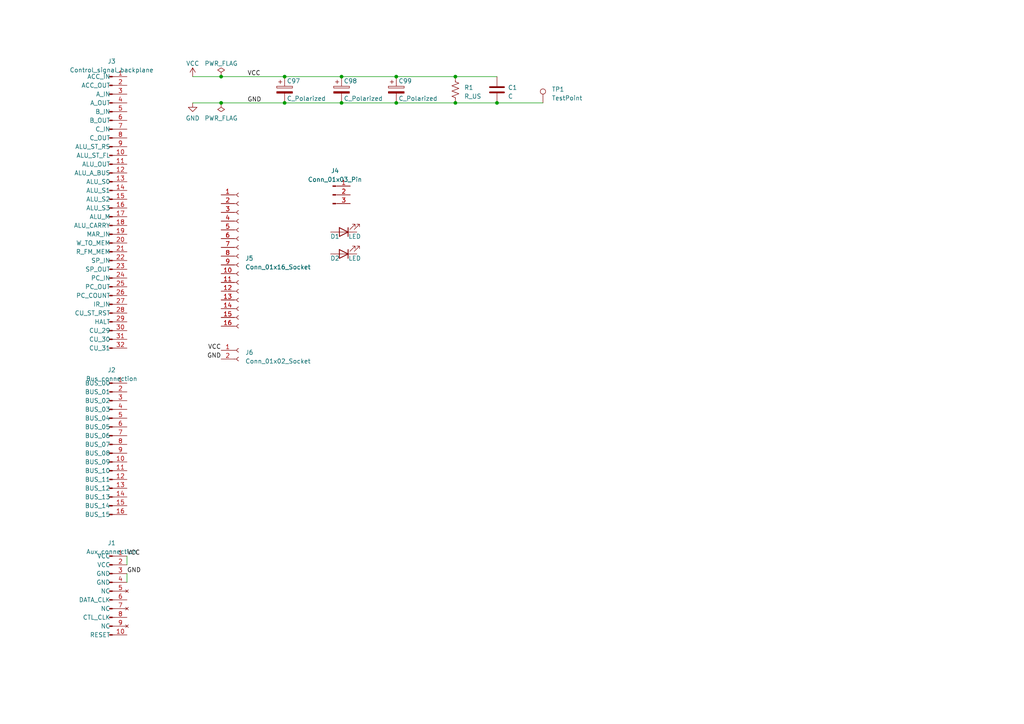
<source format=kicad_sch>
(kicad_sch (version 20230121) (generator eeschema)
  (paper "A4")
  (lib_symbols
    (symbol "Connector:Conn_01x02_Socket" (pin_names (offset 1.016) hide)
      (property "Reference" "J" (at 0 2.54 0))
      (property "Value" "Conn_01x02_Socket" (at 0 -5.08 0))
      (symbol "Conn_01x02_Socket_1_1"
        (arc (start 0 -2.032) (mid -0.5058 -2.54) (end 0 -3.048) (stroke (width 0.1524)))
        (polyline (pts (xy -1.27 -2.54) (xy -0.508 -2.54)) (stroke (width 0.1524)))
        (polyline (pts (xy -1.27 0) (xy -0.508 0)) (stroke (width 0.1524)))
        (arc (start 0 0.508) (mid -0.5058 0) (end 0 -0.508) (stroke (width 0.1524)))
        (pin passive line (at -5.08 0 0) (length 3.81) (name "Pin_1") (number "1"))
        (pin passive line (at -5.08 -2.54 0) (length 3.81) (name "Pin_2") (number "2"))
      )
    )
    (symbol "Connector:Conn_01x03_Pin" (pin_names (offset 1.016) hide)
      (property "Reference" "J" (at 0 5.08 0))
      (property "Value" "Conn_01x03_Pin" (at 0 -5.08 0))
      (symbol "Conn_01x03_Pin_1_1"
        (polyline (pts (xy 1.27 -2.54) (xy 0.8636 -2.54)) (stroke (width 0.1524)))
        (polyline (pts (xy 1.27 0) (xy 0.8636 0)) (stroke (width 0.1524)))
        (polyline (pts (xy 1.27 2.54) (xy 0.8636 2.54)) (stroke (width 0.1524)))
        (rectangle (start 0.8636 -2.413) (end 0 -2.667) (stroke (width 0.1524)) (fill (type outline)))
        (rectangle (start 0.8636 0.127) (end 0 -0.127) (stroke (width 0.1524)) (fill (type outline)))
        (rectangle (start 0.8636 2.667) (end 0 2.413) (stroke (width 0.1524)) (fill (type outline)))
        (pin passive line (at 5.08 2.54 180) (length 3.81) (name "Pin_1") (number "1"))
        (pin passive line (at 5.08 0 180) (length 3.81) (name "Pin_2") (number "2"))
        (pin passive line (at 5.08 -2.54 180) (length 3.81) (name "Pin_3") (number "3"))
      )
    )
    (symbol "Connector:Conn_01x16_Socket" (pin_names (offset 1.016) hide)
      (property "Reference" "J" (at 0 20.32 0))
      (property "Value" "Conn_01x16_Socket" (at 0 -22.86 0))
      (symbol "Conn_01x16_Socket_1_1"
        (arc (start 0 -19.812) (mid -0.5058 -20.32) (end 0 -20.828) (stroke (width 0.1524)))
        (arc (start 0 -17.272) (mid -0.5058 -17.78) (end 0 -18.288) (stroke (width 0.1524)))
        (arc (start 0 -14.732) (mid -0.5058 -15.24) (end 0 -15.748) (stroke (width 0.1524)))
        (arc (start 0 -12.192) (mid -0.5058 -12.7) (end 0 -13.208) (stroke (width 0.1524)))
        (arc (start 0 -9.652) (mid -0.5058 -10.16) (end 0 -10.668) (stroke (width 0.1524)))
        (arc (start 0 -7.112) (mid -0.5058 -7.62) (end 0 -8.128) (stroke (width 0.1524)))
        (arc (start 0 -4.572) (mid -0.5058 -5.08) (end 0 -5.588) (stroke (width 0.1524)))
        (arc (start 0 -2.032) (mid -0.5058 -2.54) (end 0 -3.048) (stroke (width 0.1524)))
        (polyline (pts (xy -1.27 -20.32) (xy -0.508 -20.32)) (stroke (width 0.1524)))
        (polyline (pts (xy -1.27 -17.78) (xy -0.508 -17.78)) (stroke (width 0.1524)))
        (polyline (pts (xy -1.27 -15.24) (xy -0.508 -15.24)) (stroke (width 0.1524)))
        (polyline (pts (xy -1.27 -12.7) (xy -0.508 -12.7)) (stroke (width 0.1524)))
        (polyline (pts (xy -1.27 -10.16) (xy -0.508 -10.16)) (stroke (width 0.1524)))
        (polyline (pts (xy -1.27 -7.62) (xy -0.508 -7.62)) (stroke (width 0.1524)))
        (polyline (pts (xy -1.27 -5.08) (xy -0.508 -5.08)) (stroke (width 0.1524)))
        (polyline (pts (xy -1.27 -2.54) (xy -0.508 -2.54)) (stroke (width 0.1524)))
        (polyline (pts (xy -1.27 0) (xy -0.508 0)) (stroke (width 0.1524)))
        (polyline (pts (xy -1.27 2.54) (xy -0.508 2.54)) (stroke (width 0.1524)))
        (polyline (pts (xy -1.27 5.08) (xy -0.508 5.08)) (stroke (width 0.1524)))
        (polyline (pts (xy -1.27 7.62) (xy -0.508 7.62)) (stroke (width 0.1524)))
        (polyline (pts (xy -1.27 10.16) (xy -0.508 10.16)) (stroke (width 0.1524)))
        (polyline (pts (xy -1.27 12.7) (xy -0.508 12.7)) (stroke (width 0.1524)))
        (polyline (pts (xy -1.27 15.24) (xy -0.508 15.24)) (stroke (width 0.1524)))
        (polyline (pts (xy -1.27 17.78) (xy -0.508 17.78)) (stroke (width 0.1524)))
        (arc (start 0 0.508) (mid -0.5058 0) (end 0 -0.508) (stroke (width 0.1524)))
        (arc (start 0 3.048) (mid -0.5058 2.54) (end 0 2.032) (stroke (width 0.1524)))
        (arc (start 0 5.588) (mid -0.5058 5.08) (end 0 4.572) (stroke (width 0.1524)))
        (arc (start 0 8.128) (mid -0.5058 7.62) (end 0 7.112) (stroke (width 0.1524)))
        (arc (start 0 10.668) (mid -0.5058 10.16) (end 0 9.652) (stroke (width 0.1524)))
        (arc (start 0 13.208) (mid -0.5058 12.7) (end 0 12.192) (stroke (width 0.1524)))
        (arc (start 0 15.748) (mid -0.5058 15.24) (end 0 14.732) (stroke (width 0.1524)))
        (arc (start 0 18.288) (mid -0.5058 17.78) (end 0 17.272) (stroke (width 0.1524)))
        (pin passive line (at -5.08 17.78 0) (length 3.81) (name "Pin_1") (number "1"))
        (pin passive line (at -5.08 -5.08 0) (length 3.81) (name "Pin_10") (number "10"))
        (pin passive line (at -5.08 -7.62 0) (length 3.81) (name "Pin_11") (number "11"))
        (pin passive line (at -5.08 -10.16 0) (length 3.81) (name "Pin_12") (number "12"))
        (pin passive line (at -5.08 -12.7 0) (length 3.81) (name "Pin_13") (number "13"))
        (pin passive line (at -5.08 -15.24 0) (length 3.81) (name "Pin_14") (number "14"))
        (pin passive line (at -5.08 -17.78 0) (length 3.81) (name "Pin_15") (number "15"))
        (pin passive line (at -5.08 -20.32 0) (length 3.81) (name "Pin_16") (number "16"))
        (pin passive line (at -5.08 15.24 0) (length 3.81) (name "Pin_2") (number "2"))
        (pin passive line (at -5.08 12.7 0) (length 3.81) (name "Pin_3") (number "3"))
        (pin passive line (at -5.08 10.16 0) (length 3.81) (name "Pin_4") (number "4"))
        (pin passive line (at -5.08 7.62 0) (length 3.81) (name "Pin_5") (number "5"))
        (pin passive line (at -5.08 5.08 0) (length 3.81) (name "Pin_6") (number "6"))
        (pin passive line (at -5.08 2.54 0) (length 3.81) (name "Pin_7") (number "7"))
        (pin passive line (at -5.08 0 0) (length 3.81) (name "Pin_8") (number "8"))
        (pin passive line (at -5.08 -2.54 0) (length 3.81) (name "Pin_9") (number "9"))
      )
    )
    (symbol "Connector:TestPoint" (pin_numbers hide) (pin_names (offset 0.762) hide)
      (property "Reference" "TP" (at 0 6.858 0))
      (property "Value" "TestPoint" (at 0 5.08 0))
      (symbol "TestPoint_0_1"
        (circle (center 0 3.302) (radius 0.762))
      )
      (symbol "TestPoint_1_1"
        (pin passive line (at 0 0 90) (length 2.54) (name "1") (number "1"))
      )
    )
    (symbol "Device:C" (pin_numbers hide) (pin_names (offset 0.254))
      (property "Reference" "C" (at 0.635 2.54 0))
      (property "Value" "C" (at 0.635 -2.54 0))
      (symbol "C_0_1"
        (polyline (pts (xy -2.032 -0.762) (xy 2.032 -0.762)) (stroke (width 0.508)))
        (polyline (pts (xy -2.032 0.762) (xy 2.032 0.762)) (stroke (width 0.508)))
      )
      (symbol "C_1_1"
        (pin passive line (at 0 3.81 270) (length 2.794) (name "~") (number "1"))
        (pin passive line (at 0 -3.81 90) (length 2.794) (name "~") (number "2"))
      )
    )
    (symbol "Device:C_Polarized" (pin_numbers hide) (pin_names (offset 0.254))
      (property "Reference" "C" (at 0.635 2.54 0))
      (property "Value" "C_Polarized" (at 0.635 -2.54 0))
      (symbol "C_Polarized_0_1"
        (rectangle (start -2.286 0.508) (end 2.286 1.016))
        (polyline (pts (xy -1.778 2.286) (xy -0.762 2.286)))
        (polyline (pts (xy -1.27 2.794) (xy -1.27 1.778)))
        (rectangle (start 2.286 -0.508) (end -2.286 -1.016) (fill (type outline)))
      )
      (symbol "C_Polarized_1_1"
        (pin passive line (at 0 3.81 270) (length 2.794) (name "~") (number "1"))
        (pin passive line (at 0 -3.81 90) (length 2.794) (name "~") (number "2"))
      )
    )
    (symbol "Device:LED" (pin_numbers hide) (pin_names (offset 1.016) hide)
      (property "Reference" "D" (at 0 2.54 0))
      (property "Value" "LED" (at 0 -2.54 0))
      (symbol "LED_0_1"
        (polyline (pts (xy -1.27 -1.27) (xy -1.27 1.27)) (stroke (width 0.254)))
        (polyline (pts (xy -1.27 0) (xy 1.27 0)))
        (polyline (pts (xy 1.27 -1.27) (xy 1.27 1.27) (xy -1.27 0) (xy 1.27 -1.27)) (stroke (width 0.254)))
        (polyline (pts (xy -3.048 -0.762) (xy -4.572 -2.286) (xy -3.81 -2.286) (xy -4.572 -2.286) (xy -4.572 -1.524)))
        (polyline (pts (xy -1.778 -0.762) (xy -3.302 -2.286) (xy -2.54 -2.286) (xy -3.302 -2.286) (xy -3.302 -1.524)))
      )
      (symbol "LED_1_1"
        (pin passive line (at -3.81 0 0) (length 2.54) (name "K") (number "1"))
        (pin passive line (at 3.81 0 180) (length 2.54) (name "A") (number "2"))
      )
    )
    (symbol "Device:R_US" (pin_numbers hide) (pin_names (offset 0))
      (property "Reference" "R" (at 2.54 0 90))
      (property "Value" "R_US" (at -2.54 0 90))
      (symbol "R_US_0_1"
        (polyline (pts (xy 0 -2.286) (xy 0 -2.54)))
        (polyline (pts (xy 0 2.286) (xy 0 2.54)))
        (polyline (pts (xy 0 -0.762) (xy 1.016 -1.143) (xy 0 -1.524) (xy -1.016 -1.905) (xy 0 -2.286)))
        (polyline (pts (xy 0 0.762) (xy 1.016 0.381) (xy 0 0) (xy -1.016 -0.381) (xy 0 -0.762)))
        (polyline (pts (xy 0 2.286) (xy 1.016 1.905) (xy 0 1.524) (xy -1.016 1.143) (xy 0 0.762)))
      )
      (symbol "R_US_1_1"
        (pin passive line (at 0 3.81 270) (length 1.27) (name "~") (number "1"))
        (pin passive line (at 0 -3.81 90) (length 1.27) (name "~") (number "2"))
      )
    )
    (symbol "power:GND" (power) (pin_names (offset 0))
      (property "Value" "GND" (at 0 -3.81 0))
      (symbol "GND_0_1"
        (polyline (pts (xy 0 0) (xy 0 -1.27) (xy 1.27 -1.27) (xy 0 -2.54) (xy -1.27 -1.27) (xy 0 -1.27)))
      )
      (symbol "GND_1_1"
        (pin power_in line (at 0 0 270) (length 0) hide (name "GND") (number "1"))
      )
    )
    (symbol "power:PWR_FLAG" (power) (pin_numbers hide) (pin_names (offset 0) hide)
      (property "Value" "PWR_FLAG" (at 0 3.81 0))
      (symbol "PWR_FLAG_0_0"
        (pin power_out line (at 0 0 90) (length 0) (name "pwr") (number "1"))
      )
      (symbol "PWR_FLAG_0_1"
        (polyline (pts (xy 0 0) (xy 0 1.27) (xy -1.016 1.905) (xy 0 2.54) (xy 1.016 1.905) (xy 0 1.27)))
      )
    )
    (symbol "power:VCC" (power) (pin_names (offset 0))
      (property "Value" "VCC" (at 0 3.81 0))
      (symbol "VCC_0_1"
        (polyline (pts (xy -0.762 1.27) (xy 0 2.54)))
        (polyline (pts (xy 0 0) (xy 0 2.54)))
        (polyline (pts (xy 0 2.54) (xy 0.762 1.27)))
      )
      (symbol "VCC_1_1"
        (pin power_in line (at 0 0 90) (length 0) hide (name "VCC") (number "1"))
      )
    )
    (symbol "sixteen-bit-computer:Aux_connection" (pin_names (offset 1.016))
      (property "Reference" "J" (at 0 12.7 0))
      (property "Value" "Aux_connection" (at 0 -15.24 0))
      (symbol "Aux_connection_1_1"
        (polyline (pts (xy 1.27 -12.7) (xy 0.8636 -12.7)) (stroke (width 0.1524)))
        (polyline (pts (xy 1.27 -10.16) (xy 0.8636 -10.16)) (stroke (width 0.1524)))
        (polyline (pts (xy 1.27 -7.62) (xy 0.8636 -7.62)) (stroke (width 0.1524)))
        (polyline (pts (xy 1.27 -5.08) (xy 0.8636 -5.08)) (stroke (width 0.1524)))
        (polyline (pts (xy 1.27 -2.54) (xy 0.8636 -2.54)) (stroke (width 0.1524)))
        (polyline (pts (xy 1.27 0) (xy 0.8636 0)) (stroke (width 0.1524)))
        (polyline (pts (xy 1.27 2.54) (xy 0.8636 2.54)) (stroke (width 0.1524)))
        (polyline (pts (xy 1.27 5.08) (xy 0.8636 5.08)) (stroke (width 0.1524)))
        (polyline (pts (xy 1.27 7.62) (xy 0.8636 7.62)) (stroke (width 0.1524)))
        (polyline (pts (xy 1.27 10.16) (xy 0.8636 10.16)) (stroke (width 0.1524)))
        (rectangle (start 0.8636 -12.573) (end 0 -12.827) (stroke (width 0.1524)) (fill (type outline)))
        (rectangle (start 0.8636 -10.033) (end 0 -10.287) (stroke (width 0.1524)) (fill (type outline)))
        (rectangle (start 0.8636 -7.493) (end 0 -7.747) (stroke (width 0.1524)) (fill (type outline)))
        (rectangle (start 0.8636 -4.953) (end 0 -5.207) (stroke (width 0.1524)) (fill (type outline)))
        (rectangle (start 0.8636 -2.413) (end 0 -2.667) (stroke (width 0.1524)) (fill (type outline)))
        (rectangle (start 0.8636 0.127) (end 0 -0.127) (stroke (width 0.1524)) (fill (type outline)))
        (rectangle (start 0.8636 2.667) (end 0 2.413) (stroke (width 0.1524)) (fill (type outline)))
        (rectangle (start 0.8636 5.207) (end 0 4.953) (stroke (width 0.1524)) (fill (type outline)))
        (rectangle (start 0.8636 7.747) (end 0 7.493) (stroke (width 0.1524)) (fill (type outline)))
        (rectangle (start 0.8636 10.287) (end 0 10.033) (stroke (width 0.1524)) (fill (type outline)))
        (pin passive line (at 5.08 10.16 180) (length 3.81) (name "VCC") (number "1"))
        (pin passive line (at 5.08 -12.7 180) (length 3.81) (name "RESET") (number "10"))
        (pin passive line (at 5.08 7.62 180) (length 3.81) (name "VCC") (number "2"))
        (pin passive line (at 5.08 5.08 180) (length 3.81) (name "GND") (number "3"))
        (pin passive line (at 5.08 2.54 180) (length 3.81) (name "GND") (number "4"))
        (pin no_connect line (at 5.08 0 180) (length 3.81) (name "NC") (number "5"))
        (pin passive line (at 5.08 -2.54 180) (length 3.81) (name "DATA_CLK") (number "6"))
        (pin no_connect line (at 5.08 -5.08 180) (length 3.81) (name "NC") (number "7"))
        (pin passive line (at 5.08 -7.62 180) (length 3.81) (name "CTL_CLK") (number "8"))
        (pin no_connect line (at 5.08 -10.16 180) (length 3.81) (name "NC") (number "9"))
      )
    )
    (symbol "sixteen-bit-computer:Bus_connection" (pin_names (offset 1.016))
      (property "Reference" "J" (at -2.54 20.32 0))
      (property "Value" "Bus_connection" (at -1.27 -22.86 0))
      (symbol "Bus_connection_1_1"
        (rectangle (start -1.6764 -20.193) (end -2.54 -20.447) (stroke (width 0.1524)) (fill (type outline)))
        (rectangle (start -1.6764 -17.653) (end -2.54 -17.907) (stroke (width 0.1524)) (fill (type outline)))
        (rectangle (start -1.6764 -15.113) (end -2.54 -15.367) (stroke (width 0.1524)) (fill (type outline)))
        (rectangle (start -1.6764 -12.573) (end -2.54 -12.827) (stroke (width 0.1524)) (fill (type outline)))
        (rectangle (start -1.6764 -10.033) (end -2.54 -10.287) (stroke (width 0.1524)) (fill (type outline)))
        (rectangle (start -1.6764 -7.493) (end -2.54 -7.747) (stroke (width 0.1524)) (fill (type outline)))
        (rectangle (start -1.6764 -4.953) (end -2.54 -5.207) (stroke (width 0.1524)) (fill (type outline)))
        (rectangle (start -1.6764 -2.413) (end -2.54 -2.667) (stroke (width 0.1524)) (fill (type outline)))
        (rectangle (start -1.6764 0.127) (end -2.54 -0.127) (stroke (width 0.1524)) (fill (type outline)))
        (rectangle (start -1.6764 2.667) (end -2.54 2.413) (stroke (width 0.1524)) (fill (type outline)))
        (rectangle (start -1.6764 5.207) (end -2.54 4.953) (stroke (width 0.1524)) (fill (type outline)))
        (rectangle (start -1.6764 7.747) (end -2.54 7.493) (stroke (width 0.1524)) (fill (type outline)))
        (rectangle (start -1.6764 10.287) (end -2.54 10.033) (stroke (width 0.1524)) (fill (type outline)))
        (rectangle (start -1.6764 12.827) (end -2.54 12.573) (stroke (width 0.1524)) (fill (type outline)))
        (rectangle (start -1.6764 15.367) (end -2.54 15.113) (stroke (width 0.1524)) (fill (type outline)))
        (rectangle (start -1.6764 17.907) (end -2.54 17.653) (stroke (width 0.1524)) (fill (type outline)))
        (polyline (pts (xy -1.27 -20.32) (xy -1.6764 -20.32)) (stroke (width 0.1524)))
        (polyline (pts (xy -1.27 -17.78) (xy -1.6764 -17.78)) (stroke (width 0.1524)))
        (polyline (pts (xy -1.27 -15.24) (xy -1.6764 -15.24)) (stroke (width 0.1524)))
        (polyline (pts (xy -1.27 -12.7) (xy -1.6764 -12.7)) (stroke (width 0.1524)))
        (polyline (pts (xy -1.27 -10.16) (xy -1.6764 -10.16)) (stroke (width 0.1524)))
        (polyline (pts (xy -1.27 -7.62) (xy -1.6764 -7.62)) (stroke (width 0.1524)))
        (polyline (pts (xy -1.27 -5.08) (xy -1.6764 -5.08)) (stroke (width 0.1524)))
        (polyline (pts (xy -1.27 -2.54) (xy -1.6764 -2.54)) (stroke (width 0.1524)))
        (polyline (pts (xy -1.27 0) (xy -1.6764 0)) (stroke (width 0.1524)))
        (polyline (pts (xy -1.27 2.54) (xy -1.6764 2.54)) (stroke (width 0.1524)))
        (polyline (pts (xy -1.27 5.08) (xy -1.6764 5.08)) (stroke (width 0.1524)))
        (polyline (pts (xy -1.27 7.62) (xy -1.6764 7.62)) (stroke (width 0.1524)))
        (polyline (pts (xy -1.27 10.16) (xy -1.6764 10.16)) (stroke (width 0.1524)))
        (polyline (pts (xy -1.27 12.7) (xy -1.6764 12.7)) (stroke (width 0.1524)))
        (polyline (pts (xy -1.27 15.24) (xy -1.6764 15.24)) (stroke (width 0.1524)))
        (polyline (pts (xy -1.27 17.78) (xy -1.6764 17.78)) (stroke (width 0.1524)))
        (pin passive line (at 2.54 17.78 180) (length 3.81) (name "BUS_00") (number "1"))
        (pin passive line (at 2.54 -5.08 180) (length 3.81) (name "BUS_09") (number "10"))
        (pin passive line (at 2.54 -7.62 180) (length 3.81) (name "BUS_10") (number "11"))
        (pin passive line (at 2.54 -10.16 180) (length 3.81) (name "BUS_11") (number "12"))
        (pin passive line (at 2.54 -12.7 180) (length 3.81) (name "BUS_12") (number "13"))
        (pin passive line (at 2.54 -15.24 180) (length 3.81) (name "BUS_13") (number "14"))
        (pin passive line (at 2.54 -17.78 180) (length 3.81) (name "BUS_14") (number "15"))
        (pin passive line (at 2.54 -20.32 180) (length 3.81) (name "BUS_15") (number "16"))
        (pin passive line (at 2.54 15.24 180) (length 3.81) (name "BUS_01") (number "2"))
        (pin passive line (at 2.54 12.7 180) (length 3.81) (name "BUS_02") (number "3"))
        (pin passive line (at 2.54 10.16 180) (length 3.81) (name "BUS_03") (number "4"))
        (pin passive line (at 2.54 7.62 180) (length 3.81) (name "BUS_04") (number "5"))
        (pin passive line (at 2.54 5.08 180) (length 3.81) (name "BUS_05") (number "6"))
        (pin passive line (at 2.54 2.54 180) (length 3.81) (name "BUS_06") (number "7"))
        (pin passive line (at 2.54 0 180) (length 3.81) (name "BUS_07") (number "8"))
        (pin passive line (at 2.54 -2.54 180) (length 3.81) (name "BUS_08") (number "9"))
      )
    )
    (symbol "sixteen-bit-computer:Control_signal_backplane" (pin_names (offset 1.016))
      (property "Reference" "J" (at 0 40.64 0))
      (property "Value" "Control_signal_backplane" (at 0 -43.18 0))
      (symbol "Control_signal_backplane_1_1"
        (polyline (pts (xy 1.27 -40.64) (xy 0.8636 -40.64)) (stroke (width 0.1524)))
        (polyline (pts (xy 1.27 -38.1) (xy 0.8636 -38.1)) (stroke (width 0.1524)))
        (polyline (pts (xy 1.27 -35.56) (xy 0.8636 -35.56)) (stroke (width 0.1524)))
        (polyline (pts (xy 1.27 -33.02) (xy 0.8636 -33.02)) (stroke (width 0.1524)))
        (polyline (pts (xy 1.27 -30.48) (xy 0.8636 -30.48)) (stroke (width 0.1524)))
        (polyline (pts (xy 1.27 -27.94) (xy 0.8636 -27.94)) (stroke (width 0.1524)))
        (polyline (pts (xy 1.27 -25.4) (xy 0.8636 -25.4)) (stroke (width 0.1524)))
        (polyline (pts (xy 1.27 -22.86) (xy 0.8636 -22.86)) (stroke (width 0.1524)))
        (polyline (pts (xy 1.27 -20.32) (xy 0.8636 -20.32)) (stroke (width 0.1524)))
        (polyline (pts (xy 1.27 -17.78) (xy 0.8636 -17.78)) (stroke (width 0.1524)))
        (polyline (pts (xy 1.27 -15.24) (xy 0.8636 -15.24)) (stroke (width 0.1524)))
        (polyline (pts (xy 1.27 -12.7) (xy 0.8636 -12.7)) (stroke (width 0.1524)))
        (polyline (pts (xy 1.27 -10.16) (xy 0.8636 -10.16)) (stroke (width 0.1524)))
        (polyline (pts (xy 1.27 -7.62) (xy 0.8636 -7.62)) (stroke (width 0.1524)))
        (polyline (pts (xy 1.27 -5.08) (xy 0.8636 -5.08)) (stroke (width 0.1524)))
        (polyline (pts (xy 1.27 -2.54) (xy 0.8636 -2.54)) (stroke (width 0.1524)))
        (polyline (pts (xy 1.27 0) (xy 0.8636 0)) (stroke (width 0.1524)))
        (polyline (pts (xy 1.27 2.54) (xy 0.8636 2.54)) (stroke (width 0.1524)))
        (polyline (pts (xy 1.27 5.08) (xy 0.8636 5.08)) (stroke (width 0.1524)))
        (polyline (pts (xy 1.27 7.62) (xy 0.8636 7.62)) (stroke (width 0.1524)))
        (polyline (pts (xy 1.27 10.16) (xy 0.8636 10.16)) (stroke (width 0.1524)))
        (polyline (pts (xy 1.27 12.7) (xy 0.8636 12.7)) (stroke (width 0.1524)))
        (polyline (pts (xy 1.27 15.24) (xy 0.8636 15.24)) (stroke (width 0.1524)))
        (polyline (pts (xy 1.27 17.78) (xy 0.8636 17.78)) (stroke (width 0.1524)))
        (polyline (pts (xy 1.27 20.32) (xy 0.8636 20.32)) (stroke (width 0.1524)))
        (polyline (pts (xy 1.27 22.86) (xy 0.8636 22.86)) (stroke (width 0.1524)))
        (polyline (pts (xy 1.27 25.4) (xy 0.8636 25.4)) (stroke (width 0.1524)))
        (polyline (pts (xy 1.27 27.94) (xy 0.8636 27.94)) (stroke (width 0.1524)))
        (polyline (pts (xy 1.27 30.48) (xy 0.8636 30.48)) (stroke (width 0.1524)))
        (polyline (pts (xy 1.27 33.02) (xy 0.8636 33.02)) (stroke (width 0.1524)))
        (polyline (pts (xy 1.27 35.56) (xy 0.8636 35.56)) (stroke (width 0.1524)))
        (polyline (pts (xy 1.27 38.1) (xy 0.8636 38.1)) (stroke (width 0.1524)))
        (rectangle (start 0.8636 -40.513) (end 0 -40.767) (stroke (width 0.1524)) (fill (type outline)))
        (rectangle (start 0.8636 -37.973) (end 0 -38.227) (stroke (width 0.1524)) (fill (type outline)))
        (rectangle (start 0.8636 -35.433) (end 0 -35.687) (stroke (width 0.1524)) (fill (type outline)))
        (rectangle (start 0.8636 -32.893) (end 0 -33.147) (stroke (width 0.1524)) (fill (type outline)))
        (rectangle (start 0.8636 -30.353) (end 0 -30.607) (stroke (width 0.1524)) (fill (type outline)))
        (rectangle (start 0.8636 -27.813) (end 0 -28.067) (stroke (width 0.1524)) (fill (type outline)))
        (rectangle (start 0.8636 -25.273) (end 0 -25.527) (stroke (width 0.1524)) (fill (type outline)))
        (rectangle (start 0.8636 -22.733) (end 0 -22.987) (stroke (width 0.1524)) (fill (type outline)))
        (rectangle (start 0.8636 -20.193) (end 0 -20.447) (stroke (width 0.1524)) (fill (type outline)))
        (rectangle (start 0.8636 -17.653) (end 0 -17.907) (stroke (width 0.1524)) (fill (type outline)))
        (rectangle (start 0.8636 -15.113) (end 0 -15.367) (stroke (width 0.1524)) (fill (type outline)))
        (rectangle (start 0.8636 -12.573) (end 0 -12.827) (stroke (width 0.1524)) (fill (type outline)))
        (rectangle (start 0.8636 -10.033) (end 0 -10.287) (stroke (width 0.1524)) (fill (type outline)))
        (rectangle (start 0.8636 -7.493) (end 0 -7.747) (stroke (width 0.1524)) (fill (type outline)))
        (rectangle (start 0.8636 -4.953) (end 0 -5.207) (stroke (width 0.1524)) (fill (type outline)))
        (rectangle (start 0.8636 -2.413) (end 0 -2.667) (stroke (width 0.1524)) (fill (type outline)))
        (rectangle (start 0.8636 0.127) (end 0 -0.127) (stroke (width 0.1524)) (fill (type outline)))
        (rectangle (start 0.8636 2.667) (end 0 2.413) (stroke (width 0.1524)) (fill (type outline)))
        (rectangle (start 0.8636 5.207) (end 0 4.953) (stroke (width 0.1524)) (fill (type outline)))
        (rectangle (start 0.8636 7.747) (end 0 7.493) (stroke (width 0.1524)) (fill (type outline)))
        (rectangle (start 0.8636 10.287) (end 0 10.033) (stroke (width 0.1524)) (fill (type outline)))
        (rectangle (start 0.8636 12.827) (end 0 12.573) (stroke (width 0.1524)) (fill (type outline)))
        (rectangle (start 0.8636 15.367) (end 0 15.113) (stroke (width 0.1524)) (fill (type outline)))
        (rectangle (start 0.8636 17.907) (end 0 17.653) (stroke (width 0.1524)) (fill (type outline)))
        (rectangle (start 0.8636 20.447) (end 0 20.193) (stroke (width 0.1524)) (fill (type outline)))
        (rectangle (start 0.8636 22.987) (end 0 22.733) (stroke (width 0.1524)) (fill (type outline)))
        (rectangle (start 0.8636 25.527) (end 0 25.273) (stroke (width 0.1524)) (fill (type outline)))
        (rectangle (start 0.8636 28.067) (end 0 27.813) (stroke (width 0.1524)) (fill (type outline)))
        (rectangle (start 0.8636 30.607) (end 0 30.353) (stroke (width 0.1524)) (fill (type outline)))
        (rectangle (start 0.8636 33.147) (end 0 32.893) (stroke (width 0.1524)) (fill (type outline)))
        (rectangle (start 0.8636 35.687) (end 0 35.433) (stroke (width 0.1524)) (fill (type outline)))
        (rectangle (start 0.8636 38.227) (end 0 37.973) (stroke (width 0.1524)) (fill (type outline)))
        (pin passive line (at 5.08 38.1 180) (length 3.81) (name "ACC_IN") (number "1"))
        (pin passive line (at 5.08 15.24 180) (length 3.81) (name "ALU_ST_FL") (number "10"))
        (pin passive line (at 5.08 12.7 180) (length 3.81) (name "ALU_OUT") (number "11"))
        (pin passive line (at 5.08 10.16 180) (length 3.81) (name "ALU_A_BUS") (number "12"))
        (pin passive line (at 5.08 7.62 180) (length 3.81) (name "ALU_S0") (number "13"))
        (pin passive line (at 5.08 5.08 180) (length 3.81) (name "ALU_S1") (number "14"))
        (pin passive line (at 5.08 2.54 180) (length 3.81) (name "ALU_S2") (number "15"))
        (pin passive line (at 5.08 0 180) (length 3.81) (name "ALU_S3") (number "16"))
        (pin passive line (at 5.08 -2.54 180) (length 3.81) (name "ALU_M") (number "17"))
        (pin passive line (at 5.08 -5.08 180) (length 3.81) (name "ALU_CARRY") (number "18"))
        (pin passive line (at 5.08 -7.62 180) (length 3.81) (name "MAR_IN") (number "19"))
        (pin passive line (at 5.08 35.56 180) (length 3.81) (name "ACC_OUT") (number "2"))
        (pin passive line (at 5.08 -10.16 180) (length 3.81) (name "W_TO_MEM") (number "20"))
        (pin passive line (at 5.08 -12.7 180) (length 3.81) (name "R_FM_MEM") (number "21"))
        (pin passive line (at 5.08 -15.24 180) (length 3.81) (name "SP_IN") (number "22"))
        (pin passive line (at 5.08 -17.78 180) (length 3.81) (name "SP_OUT") (number "23"))
        (pin passive line (at 5.08 -20.32 180) (length 3.81) (name "PC_IN") (number "24"))
        (pin passive line (at 5.08 -22.86 180) (length 3.81) (name "PC_OUT") (number "25"))
        (pin passive line (at 5.08 -25.4 180) (length 3.81) (name "PC_COUNT") (number "26"))
        (pin passive line (at 5.08 -27.94 180) (length 3.81) (name "IR_IN") (number "27"))
        (pin passive line (at 5.08 -30.48 180) (length 3.81) (name "CU_ST_RST") (number "28"))
        (pin passive line (at 5.08 -33.02 180) (length 3.81) (name "HALT") (number "29"))
        (pin passive line (at 5.08 33.02 180) (length 3.81) (name "A_IN") (number "3"))
        (pin passive line (at 5.08 -35.56 180) (length 3.81) (name "CU_29") (number "30"))
        (pin passive line (at 5.08 -38.1 180) (length 3.81) (name "CU_30") (number "31"))
        (pin passive line (at 5.08 -40.64 180) (length 3.81) (name "CU_31") (number "32"))
        (pin passive line (at 5.08 30.48 180) (length 3.81) (name "A_OUT") (number "4"))
        (pin passive line (at 5.08 27.94 180) (length 3.81) (name "B_IN") (number "5"))
        (pin passive line (at 5.08 25.4 180) (length 3.81) (name "B_OUT") (number "6"))
        (pin passive line (at 5.08 22.86 180) (length 3.81) (name "C_IN") (number "7"))
        (pin passive line (at 5.08 20.32 180) (length 3.81) (name "C_OUT") (number "8"))
        (pin passive line (at 5.08 17.78 180) (length 3.81) (name "ALU_ST_RS") (number "9"))
      )
    )
  )
  (junction (at 82.55 29.845))
  (junction (at 132.08 29.845))
  (junction (at 64.135 29.845))
  (junction (at 82.55 22.225))
  (junction (at 114.935 29.845))
  (junction (at 132.08 22.225))
  (junction (at 99.06 22.225))
  (junction (at 114.935 22.225))
  (junction (at 99.06 29.845))
  (junction (at 64.135 22.225))
  (junction (at 144.145 29.845))
  (wire (pts (xy 82.55 22.225) (xy 99.06 22.225)))
  (wire (pts (xy 99.06 29.845) (xy 114.935 29.845)))
  (wire (pts (xy 82.55 29.845) (xy 99.06 29.845)))
  (wire (pts (xy 55.88 22.225) (xy 64.135 22.225)))
  (wire (pts (xy 114.935 29.845) (xy 132.08 29.845)))
  (wire (pts (xy 36.83 166.37) (xy 36.83 168.91)))
  (wire (pts (xy 132.08 22.225) (xy 144.145 22.225)))
  (wire (pts (xy 99.06 22.225) (xy 114.935 22.225)))
  (wire (pts (xy 132.08 29.845) (xy 144.145 29.845)))
  (wire (pts (xy 144.145 29.845) (xy 157.48 29.845)))
  (wire (pts (xy 55.88 29.845) (xy 64.135 29.845)))
  (wire (pts (xy 64.135 29.845) (xy 82.55 29.845)))
  (wire (pts (xy 36.83 161.29) (xy 36.83 163.83)))
  (wire (pts (xy 114.935 22.225) (xy 132.08 22.225)))
  (wire (pts (xy 64.135 22.225) (xy 82.55 22.225)))
  (label "GND" (at 71.755 29.845 0))
  (label "VCC" (at 64.135 101.6 180))
  (label "VCC" (at 71.755 22.225 0))
  (label "VCC" (at 36.83 161.29 0))
  (label "GND" (at 64.135 104.14 180))
  (label "GND" (at 36.83 166.37 0))
  (symbol (lib_id "Device:C") (at 144.145 26.035 0) (unit 1)
    (property "Reference" "C1" (at 147.32 25.4 0) (effects (justify left)))
    (property "Value" "C" (at 147.32 27.94 0) (effects (justify left)))
    (property "Footprint" "Capacitor_THT:C_Disc_D5.0mm_W2.5mm_P5.00mm" (effects hide))
  )
  (symbol (lib_id "Device:C_Polarized") (at 114.935 26.035 0) (unit 1)
    (property "Reference" "C99" (at 115.57 23.495 0) (effects (justify left)))
    (property "Value" "C_Polarized" (at 115.57 28.575 0) (effects (justify left)))
    (property "Footprint" "Capacitor_THT:CP_Radial_D6.3mm_P2.50mm" (effects hide))
  )
  (symbol (lib_id "sixteen-bit-computer:Control_signal_backplane") (at 31.75 60.325 0) (unit 1)
    (property "Reference" "J3" (at 32.385 17.78 0))
    (property "Value" "Control_signal_backplane" (at 32.385 20.32 0))
    (property "Footprint" "sixteen-bit-computer:backplane-connector-single-row-annotated" (effects hide))
  )
  (symbol (lib_id "power:PWR_FLAG") (at 64.135 22.225 0) (unit 1)
    (property "Reference" "#FLG01" (effects hide))
    (property "Value" "PWR_FLAG" (at 64.135 18.415 0))
  )
  (symbol (lib_id "Device:C_Polarized") (at 82.55 26.035 0) (unit 1)
    (property "Reference" "C97" (at 83.185 23.495 0) (effects (justify left)))
    (property "Value" "C_Polarized" (at 83.185 28.575 0) (effects (justify left)))
    (property "Footprint" "Capacitor_THT:CP_Radial_D6.3mm_P2.50mm" (effects hide))
  )
  (symbol (lib_id "Device:C_Polarized") (at 99.06 26.035 0) (unit 1)
    (property "Reference" "C98" (at 99.695 23.495 0) (effects (justify left)))
    (property "Value" "C_Polarized" (at 99.695 28.575 0) (effects (justify left)))
    (property "Footprint" "Capacitor_THT:CP_Radial_D6.3mm_P2.50mm" (effects hide))
  )
  (symbol (lib_id "Connector:Conn_01x03_Pin") (at 96.52 56.515 0) (unit 1)
    (property "Reference" "J4" (at 97.155 49.53 0))
    (property "Value" "Conn_01x03_Pin" (at 97.155 52.07 0))
    (property "Footprint" "Connector_PinHeader_2.54mm:PinHeader_1x03_P2.54mm_Horizontal" (effects hide))
  )
  (symbol (lib_id "Device:R_US") (at 132.08 26.035 0) (unit 1)
    (property "Reference" "R1" (at 134.62 25.4 0) (effects (justify left)))
    (property "Value" "R_US" (at 134.62 27.94 0) (effects (justify left)))
    (property "Footprint" "Resistor_THT:R_Axial_DIN0207_L6.3mm_D2.5mm_P10.16mm_Horizontal" (effects hide))
  )
  (symbol (lib_id "sixteen-bit-computer:Aux_connection") (at 31.75 171.45 0) (unit 1)
    (property "Reference" "J1" (at 32.385 157.48 0))
    (property "Value" "Aux_connection" (at 32.385 160.02 0))
    (property "Footprint" "sixteen-bit-computer:aux-connection" (effects hide))
  )
  (symbol (lib_id "Device:LED") (at 99.695 73.66 180) (unit 1)
    (property "Reference" "D2" (at 97.155 74.93 0))
    (property "Value" "LED" (at 102.87 74.93 0))
    (property "Footprint" "sixteen-bit-computer:LED_D5.0mm_Horizontal_O3.81mm_Z3.0mm" (effects hide))
  )
  (symbol (lib_id "sixteen-bit-computer:Bus_connection") (at 34.29 128.905 0) (unit 1)
    (property "Reference" "J2" (at 32.385 107.315 0))
    (property "Value" "Bus_connection" (at 32.385 109.855 0))
    (property "Footprint" "sixteen-bit-computer:bus-connection" (effects hide))
  )
  (symbol (lib_id "Connector:TestPoint") (at 157.48 29.845 0) (unit 1)
    (property "Reference" "TP1" (at 160.02 25.908 0) (effects (justify left)))
    (property "Value" "TestPoint" (at 160.02 28.448 0) (effects (justify left)))
    (property "Footprint" "Connector_Pin:Pin_D1.0mm_L10.0mm" (effects hide))
  )
  (symbol (lib_id "power:PWR_FLAG") (at 64.135 29.845 180) (unit 1)
    (property "Reference" "#FLG02" (effects hide))
    (property "Value" "PWR_FLAG" (at 64.135 34.29 0))
  )
  (symbol (lib_id "Connector:Conn_01x16_Socket") (at 69.215 74.295 0) (unit 1)
    (property "Reference" "J5" (at 71.12 74.93 0) (effects (justify left)))
    (property "Value" "Conn_01x16_Socket" (at 71.12 77.47 0) (effects (justify left)))
    (property "Footprint" "Connector_PinSocket_2.54mm:PinSocket_1x16_P2.54mm_Horizontal" (effects hide))
  )
  (symbol (lib_id "power:GND") (at 55.88 29.845 0) (unit 1)
    (property "Reference" "#PWR02" (effects hide))
    (property "Value" "GND" (at 55.88 34.29 0))
  )
  (symbol (lib_id "power:VCC") (at 55.88 22.225 0) (unit 1)
    (property "Reference" "#PWR01" (effects hide))
    (property "Value" "VCC" (at 55.88 18.415 0))
  )
  (symbol (lib_id "Connector:Conn_01x02_Socket") (at 69.215 101.6 0) (unit 1)
    (property "Reference" "J6" (at 71.12 102.235 0) (effects (justify left)))
    (property "Value" "Conn_01x02_Socket" (at 71.12 104.775 0) (effects (justify left)))
    (property "Footprint" "Connector_PinSocket_2.54mm:PinSocket_1x02_P2.54mm_Horizontal" (effects hide))
  )
  (symbol (lib_id "Device:LED") (at 99.695 67.31 180) (unit 1)
    (property "Reference" "D1" (at 97.155 68.58 0))
    (property "Value" "LED" (at 102.87 68.58 0))
    (property "Footprint" "sixteen-bit-computer:LED_D5.0mm_Horizontal_O3.81mm_Z3.0mm" (effects hide))
  )
)
</source>
